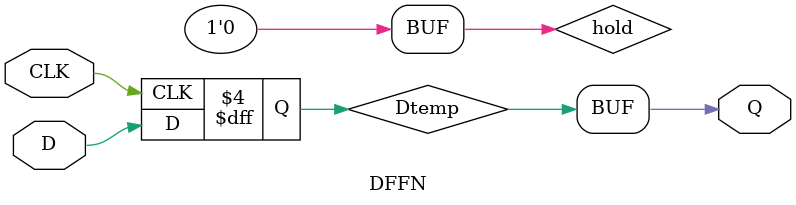
<source format=v>

/*
       |------------|
	   |		    Q |------>
---->| D            |
       |   CLK ~Q |------>
       |-----^-----|
               |
*/
module DFFN(CLK,D,Q);

parameter N = 1;

input [N-1:0] D;
input CLK;
output [N-1:0] Q;

reg [N-1:0] hold=1'b0;
reg [N-1:0] Dtemp=1'b0;

assign Q = Dtemp;

always @(posedge CLK) begin
	//hold <= D; 
	//Dtemp <= #0 hold;
	Dtemp <= D;
end

endmodule

</source>
